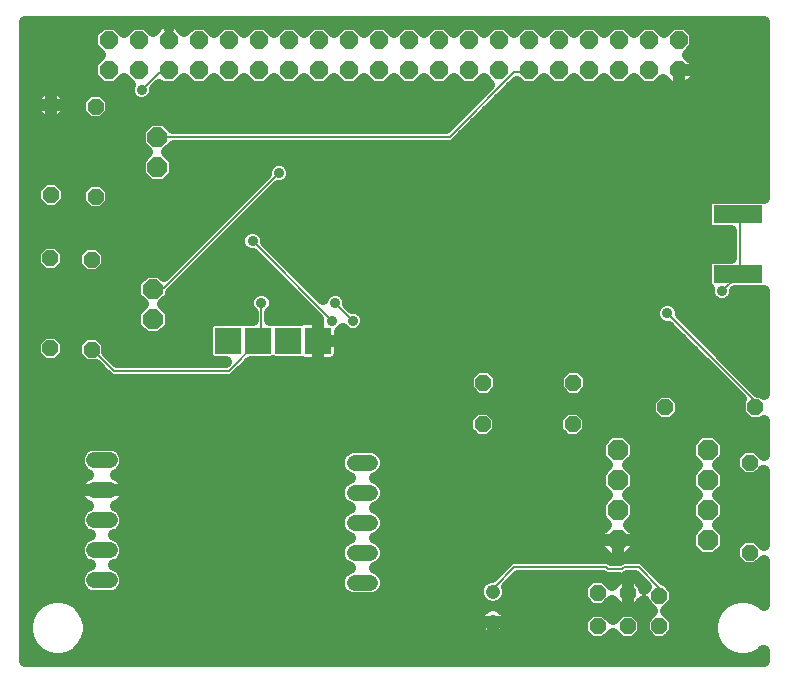
<source format=gbl>
G75*
%MOIN*%
%OFA0B0*%
%FSLAX25Y25*%
%IPPOS*%
%LPD*%
%AMOC8*
5,1,8,0,0,1.08239X$1,22.5*
%
%ADD10R,0.16000X0.06000*%
%ADD11OC8,0.06000*%
%ADD12OC8,0.06600*%
%ADD13OC8,0.05200*%
%ADD14R,0.08600X0.08600*%
%ADD15OC8,0.06800*%
%ADD16C,0.04756*%
%ADD17C,0.05200*%
%ADD18C,0.00600*%
%ADD19C,0.03600*%
%ADD20C,0.04000*%
D10*
X0244280Y0135383D03*
X0244280Y0155383D03*
D11*
X0224556Y0203375D03*
X0214556Y0203375D03*
X0204556Y0203375D03*
X0194556Y0203375D03*
X0184556Y0203375D03*
X0174556Y0203375D03*
X0164556Y0203375D03*
X0154556Y0203375D03*
X0144556Y0203375D03*
X0134556Y0203375D03*
X0124556Y0203375D03*
X0114556Y0203375D03*
X0104556Y0203375D03*
X0094556Y0203375D03*
X0084556Y0203375D03*
X0074556Y0203375D03*
X0064556Y0203375D03*
X0054556Y0203375D03*
X0044556Y0203375D03*
X0034556Y0203375D03*
X0034556Y0213375D03*
X0044556Y0213375D03*
X0054556Y0213375D03*
X0064556Y0213375D03*
X0074556Y0213375D03*
X0084556Y0213375D03*
X0094556Y0213375D03*
X0104556Y0213375D03*
X0114556Y0213375D03*
X0124556Y0213375D03*
X0134556Y0213375D03*
X0144556Y0213375D03*
X0154556Y0213375D03*
X0164556Y0213375D03*
X0174556Y0213375D03*
X0184556Y0213375D03*
X0194556Y0213375D03*
X0204556Y0213375D03*
X0214556Y0213375D03*
X0224556Y0213375D03*
D12*
X0050776Y0181013D03*
X0050776Y0171013D03*
X0049359Y0130422D03*
X0049359Y0120422D03*
D13*
X0028965Y0110225D03*
X0015107Y0110698D03*
X0015107Y0140698D03*
X0028965Y0140225D03*
X0030304Y0161249D03*
X0015343Y0161839D03*
X0015343Y0191839D03*
X0030304Y0191249D03*
X0159398Y0099202D03*
X0159202Y0085461D03*
X0189202Y0085461D03*
X0189398Y0099202D03*
X0220107Y0091052D03*
X0248217Y0072627D03*
X0250107Y0091052D03*
X0248217Y0042627D03*
X0218099Y0028178D03*
X0218099Y0018178D03*
X0207548Y0018020D03*
X0197548Y0018020D03*
X0197548Y0029202D03*
X0207548Y0029202D03*
D14*
X0104241Y0113236D03*
X0094241Y0113236D03*
X0084241Y0113236D03*
X0074241Y0113236D03*
D15*
X0204202Y0076721D03*
X0204202Y0066721D03*
X0204202Y0056721D03*
X0204202Y0046721D03*
X0234202Y0046721D03*
X0234202Y0056721D03*
X0234202Y0066721D03*
X0234202Y0076721D03*
D16*
X0162666Y0029556D03*
X0162666Y0019556D03*
D17*
X0121723Y0032587D02*
X0116523Y0032587D01*
X0116523Y0042587D02*
X0121723Y0042587D01*
X0121723Y0052587D02*
X0116523Y0052587D01*
X0116523Y0062587D02*
X0121723Y0062587D01*
X0121723Y0072587D02*
X0116523Y0072587D01*
X0034912Y0073375D02*
X0029712Y0073375D01*
X0029712Y0063375D02*
X0034912Y0063375D01*
X0034912Y0053375D02*
X0029712Y0053375D01*
X0029712Y0043375D02*
X0034912Y0043375D01*
X0034912Y0033375D02*
X0029712Y0033375D01*
D18*
X0036249Y0103178D02*
X0074635Y0103178D01*
X0084477Y0113020D01*
X0084241Y0113236D01*
X0084477Y0114005D01*
X0085461Y0114005D01*
X0085461Y0125816D01*
X0082509Y0146485D02*
X0109083Y0119910D01*
X0110068Y0125816D02*
X0115973Y0119910D01*
X0091367Y0169123D02*
X0052981Y0130737D01*
X0050028Y0130737D01*
X0049359Y0130422D01*
X0029359Y0110068D02*
X0028965Y0110225D01*
X0029359Y0110068D02*
X0036249Y0103178D01*
X0050776Y0181013D02*
X0051000Y0181200D01*
X0148200Y0181200D01*
X0169800Y0202800D01*
X0174000Y0202800D01*
X0174556Y0203375D01*
X0244280Y0155383D02*
X0244910Y0155343D01*
X0244910Y0135658D01*
X0244280Y0135383D01*
X0243926Y0134674D01*
X0239005Y0129753D01*
X0220800Y0122400D02*
X0249600Y0093600D01*
X0249600Y0091200D01*
X0250107Y0091052D01*
X0228812Y0070064D02*
X0230146Y0068729D01*
X0249000Y0056400D02*
X0250385Y0057785D01*
X0218400Y0030600D02*
X0218400Y0028200D01*
X0218099Y0028178D01*
X0218400Y0030600D02*
X0211200Y0037800D01*
X0206400Y0037800D01*
X0205800Y0037200D01*
X0201000Y0037200D01*
X0200400Y0037800D01*
X0169800Y0037800D01*
X0163200Y0031200D01*
X0163200Y0030000D01*
X0162666Y0029556D01*
X0045600Y0196800D02*
X0051600Y0202800D01*
X0054000Y0202800D01*
X0054556Y0203375D01*
D19*
X0045600Y0196800D03*
X0091367Y0169123D03*
X0082509Y0146485D03*
X0085461Y0125816D03*
X0109083Y0119910D03*
X0115973Y0119910D03*
X0110068Y0125816D03*
X0220800Y0122400D03*
X0239005Y0129753D03*
D20*
X0006600Y0219441D02*
X0006600Y0006600D01*
X0252906Y0006600D01*
X0252906Y0009994D01*
X0252218Y0009307D01*
X0249870Y0007951D01*
X0247250Y0007249D01*
X0244539Y0007249D01*
X0241919Y0007951D01*
X0239571Y0009307D01*
X0237653Y0011224D01*
X0236297Y0013573D01*
X0235595Y0016192D01*
X0235595Y0018904D01*
X0236297Y0021523D01*
X0237653Y0023872D01*
X0239571Y0025789D01*
X0241919Y0027145D01*
X0244539Y0027847D01*
X0247250Y0027847D01*
X0249870Y0027145D01*
X0252218Y0025789D01*
X0252906Y0025102D01*
X0252906Y0039961D01*
X0250371Y0037427D01*
X0246063Y0037427D01*
X0243017Y0040473D01*
X0243017Y0044781D01*
X0246063Y0047827D01*
X0250371Y0047827D01*
X0252906Y0045292D01*
X0252906Y0069961D01*
X0250371Y0067427D01*
X0246063Y0067427D01*
X0243017Y0070473D01*
X0243017Y0074781D01*
X0246063Y0077827D01*
X0250371Y0077827D01*
X0252906Y0075292D01*
X0252906Y0086497D01*
X0252261Y0085852D01*
X0247953Y0085852D01*
X0244907Y0088898D01*
X0244907Y0093206D01*
X0245400Y0093699D01*
X0221099Y0118000D01*
X0219925Y0118000D01*
X0218308Y0118670D01*
X0217070Y0119908D01*
X0216400Y0121525D01*
X0216400Y0123275D01*
X0217070Y0124892D01*
X0218308Y0126130D01*
X0219925Y0126800D01*
X0221675Y0126800D01*
X0223292Y0126130D01*
X0224530Y0124892D01*
X0225200Y0123275D01*
X0225200Y0122101D01*
X0251049Y0096252D01*
X0252261Y0096252D01*
X0252906Y0095607D01*
X0252906Y0129827D01*
X0252797Y0129783D01*
X0243405Y0129783D01*
X0243405Y0128878D01*
X0242735Y0127260D01*
X0241497Y0126023D01*
X0239880Y0125353D01*
X0238130Y0125353D01*
X0236512Y0126023D01*
X0235275Y0127260D01*
X0234605Y0128878D01*
X0234605Y0130381D01*
X0234076Y0130910D01*
X0233680Y0131865D01*
X0233680Y0138900D01*
X0234076Y0139855D01*
X0234808Y0140587D01*
X0235763Y0140983D01*
X0242010Y0140983D01*
X0242010Y0149783D01*
X0235763Y0149783D01*
X0234808Y0150179D01*
X0234076Y0150910D01*
X0233680Y0151865D01*
X0233680Y0158900D01*
X0234076Y0159855D01*
X0234808Y0160587D01*
X0235763Y0160983D01*
X0252797Y0160983D01*
X0252906Y0160938D01*
X0252906Y0219441D01*
X0006600Y0219441D01*
X0006600Y0217720D02*
X0030981Y0217720D01*
X0032236Y0218975D02*
X0028956Y0215694D01*
X0028956Y0211055D01*
X0031636Y0208375D01*
X0028956Y0205694D01*
X0028956Y0201055D01*
X0032236Y0197775D01*
X0036875Y0197775D01*
X0039556Y0200455D01*
X0041533Y0198478D01*
X0041200Y0197675D01*
X0041200Y0195925D01*
X0041870Y0194308D01*
X0043108Y0193070D01*
X0044725Y0192400D01*
X0046475Y0192400D01*
X0048092Y0193070D01*
X0049330Y0194308D01*
X0050000Y0195925D01*
X0050000Y0197099D01*
X0051456Y0198555D01*
X0052236Y0197775D01*
X0056875Y0197775D01*
X0059556Y0200455D01*
X0062236Y0197775D01*
X0066875Y0197775D01*
X0069556Y0200455D01*
X0072236Y0197775D01*
X0076875Y0197775D01*
X0079556Y0200455D01*
X0082236Y0197775D01*
X0086875Y0197775D01*
X0089556Y0200455D01*
X0092236Y0197775D01*
X0096875Y0197775D01*
X0099556Y0200455D01*
X0102236Y0197775D01*
X0106875Y0197775D01*
X0109556Y0200455D01*
X0112236Y0197775D01*
X0116875Y0197775D01*
X0119556Y0200455D01*
X0122236Y0197775D01*
X0126875Y0197775D01*
X0129556Y0200455D01*
X0132236Y0197775D01*
X0136875Y0197775D01*
X0139556Y0200455D01*
X0142236Y0197775D01*
X0146875Y0197775D01*
X0149556Y0200455D01*
X0152236Y0197775D01*
X0156875Y0197775D01*
X0159556Y0200455D01*
X0161455Y0198556D01*
X0146999Y0184100D01*
X0056033Y0184100D01*
X0053220Y0186913D01*
X0048333Y0186913D01*
X0044876Y0183456D01*
X0044876Y0178569D01*
X0047433Y0176013D01*
X0044876Y0173456D01*
X0044876Y0168569D01*
X0048333Y0165113D01*
X0053220Y0165113D01*
X0056676Y0168569D01*
X0056676Y0173456D01*
X0054120Y0176013D01*
X0056408Y0178300D01*
X0148777Y0178300D01*
X0149843Y0178741D01*
X0150658Y0179557D01*
X0170556Y0199455D01*
X0172236Y0197775D01*
X0176875Y0197775D01*
X0179556Y0200455D01*
X0182236Y0197775D01*
X0186875Y0197775D01*
X0189556Y0200455D01*
X0192236Y0197775D01*
X0196875Y0197775D01*
X0199556Y0200455D01*
X0202236Y0197775D01*
X0206875Y0197775D01*
X0209556Y0200455D01*
X0212236Y0197775D01*
X0216875Y0197775D01*
X0219273Y0200172D01*
X0222071Y0197375D01*
X0224556Y0197375D01*
X0227041Y0197375D01*
X0230556Y0200890D01*
X0230556Y0203375D01*
X0230556Y0205860D01*
X0227758Y0208658D01*
X0230156Y0211055D01*
X0230156Y0215694D01*
X0226875Y0218975D01*
X0222236Y0218975D01*
X0219556Y0216294D01*
X0216875Y0218975D01*
X0212236Y0218975D01*
X0209556Y0216294D01*
X0206875Y0218975D01*
X0202236Y0218975D01*
X0199556Y0216294D01*
X0196875Y0218975D01*
X0192236Y0218975D01*
X0189556Y0216294D01*
X0186875Y0218975D01*
X0182236Y0218975D01*
X0179556Y0216294D01*
X0176875Y0218975D01*
X0172236Y0218975D01*
X0169556Y0216294D01*
X0166875Y0218975D01*
X0162236Y0218975D01*
X0159556Y0216294D01*
X0156875Y0218975D01*
X0152236Y0218975D01*
X0149556Y0216294D01*
X0146875Y0218975D01*
X0142236Y0218975D01*
X0139556Y0216294D01*
X0136875Y0218975D01*
X0132236Y0218975D01*
X0129556Y0216294D01*
X0126875Y0218975D01*
X0122236Y0218975D01*
X0119556Y0216294D01*
X0116875Y0218975D01*
X0112236Y0218975D01*
X0109556Y0216294D01*
X0106875Y0218975D01*
X0102236Y0218975D01*
X0099556Y0216294D01*
X0096875Y0218975D01*
X0092236Y0218975D01*
X0089556Y0216294D01*
X0086875Y0218975D01*
X0082236Y0218975D01*
X0079556Y0216294D01*
X0076875Y0218975D01*
X0072236Y0218975D01*
X0069556Y0216294D01*
X0066875Y0218975D01*
X0062236Y0218975D01*
X0059839Y0216577D01*
X0057041Y0219375D01*
X0054556Y0219375D01*
X0054556Y0217817D01*
X0054556Y0217817D01*
X0054556Y0219375D01*
X0052071Y0219375D01*
X0049273Y0216577D01*
X0046875Y0218975D01*
X0042236Y0218975D01*
X0039556Y0216294D01*
X0036875Y0218975D01*
X0032236Y0218975D01*
X0038131Y0217720D02*
X0040981Y0217720D01*
X0048131Y0217720D02*
X0050415Y0217720D01*
X0054556Y0213217D02*
X0054753Y0213217D01*
X0058696Y0217720D02*
X0060981Y0217720D01*
X0068131Y0217720D02*
X0070981Y0217720D01*
X0078131Y0217720D02*
X0080981Y0217720D01*
X0088131Y0217720D02*
X0090981Y0217720D01*
X0098131Y0217720D02*
X0100981Y0217720D01*
X0108131Y0217720D02*
X0110981Y0217720D01*
X0118131Y0217720D02*
X0120981Y0217720D01*
X0128131Y0217720D02*
X0130981Y0217720D01*
X0138131Y0217720D02*
X0140981Y0217720D01*
X0148131Y0217720D02*
X0150981Y0217720D01*
X0158131Y0217720D02*
X0160981Y0217720D01*
X0168131Y0217720D02*
X0170981Y0217720D01*
X0178131Y0217720D02*
X0180981Y0217720D01*
X0188131Y0217720D02*
X0190981Y0217720D01*
X0198131Y0217720D02*
X0200981Y0217720D01*
X0208131Y0217720D02*
X0210981Y0217720D01*
X0218131Y0217720D02*
X0220981Y0217720D01*
X0228131Y0217720D02*
X0252906Y0217720D01*
X0252906Y0213721D02*
X0230156Y0213721D01*
X0228823Y0209723D02*
X0252906Y0209723D01*
X0252906Y0205724D02*
X0230556Y0205724D01*
X0230556Y0203375D02*
X0224556Y0203375D01*
X0224556Y0203375D01*
X0230556Y0203375D01*
X0230556Y0201726D02*
X0252906Y0201726D01*
X0252906Y0197727D02*
X0227393Y0197727D01*
X0224556Y0197727D02*
X0224556Y0197727D01*
X0224556Y0197375D02*
X0224556Y0203375D01*
X0224556Y0203375D01*
X0224556Y0197375D01*
X0221718Y0197727D02*
X0168828Y0197727D01*
X0164830Y0193729D02*
X0252906Y0193729D01*
X0252906Y0189730D02*
X0160831Y0189730D01*
X0156627Y0193729D02*
X0048751Y0193729D01*
X0050628Y0197727D02*
X0160626Y0197727D01*
X0152629Y0189730D02*
X0035504Y0189730D01*
X0035504Y0189095D02*
X0032458Y0186049D01*
X0028150Y0186049D01*
X0025104Y0189095D01*
X0025104Y0193403D01*
X0028150Y0196449D01*
X0032458Y0196449D01*
X0035504Y0193403D01*
X0035504Y0189095D01*
X0035178Y0193729D02*
X0042449Y0193729D01*
X0041221Y0197727D02*
X0006600Y0197727D01*
X0006600Y0193729D02*
X0009743Y0193729D01*
X0009743Y0194159D02*
X0009743Y0191839D01*
X0009743Y0189520D01*
X0013024Y0186239D01*
X0015343Y0186239D01*
X0015343Y0191839D01*
X0015343Y0191839D01*
X0009743Y0191839D01*
X0015343Y0191839D01*
X0015343Y0191839D01*
X0015343Y0186239D01*
X0017663Y0186239D01*
X0020943Y0189520D01*
X0020943Y0191839D01*
X0015343Y0191839D01*
X0015343Y0191839D01*
X0015343Y0197439D01*
X0013024Y0197439D01*
X0009743Y0194159D01*
X0009743Y0189730D02*
X0006600Y0189730D01*
X0006600Y0185732D02*
X0047151Y0185732D01*
X0044876Y0181733D02*
X0006600Y0181733D01*
X0006600Y0177734D02*
X0045711Y0177734D01*
X0045156Y0173736D02*
X0006600Y0173736D01*
X0006600Y0169737D02*
X0044876Y0169737D01*
X0047706Y0165739D02*
X0033168Y0165739D01*
X0032458Y0166449D02*
X0028150Y0166449D01*
X0025104Y0163403D01*
X0025104Y0159095D01*
X0028150Y0156049D01*
X0032458Y0156049D01*
X0035504Y0159095D01*
X0035504Y0163403D01*
X0032458Y0166449D01*
X0027440Y0165739D02*
X0018798Y0165739D01*
X0017497Y0167039D02*
X0013189Y0167039D01*
X0010143Y0163993D01*
X0010143Y0159685D01*
X0013189Y0156639D01*
X0017497Y0156639D01*
X0020543Y0159685D01*
X0020543Y0163993D01*
X0017497Y0167039D01*
X0011889Y0165739D02*
X0006600Y0165739D01*
X0006600Y0161740D02*
X0010143Y0161740D01*
X0012087Y0157742D02*
X0006600Y0157742D01*
X0006600Y0153743D02*
X0071886Y0153743D01*
X0067888Y0149745D02*
X0006600Y0149745D01*
X0006600Y0145746D02*
X0012802Y0145746D01*
X0012953Y0145898D02*
X0009907Y0142852D01*
X0009907Y0138544D01*
X0012953Y0135498D01*
X0017261Y0135498D01*
X0020307Y0138544D01*
X0020307Y0142852D01*
X0017261Y0145898D01*
X0012953Y0145898D01*
X0009907Y0141748D02*
X0006600Y0141748D01*
X0006600Y0137749D02*
X0010701Y0137749D01*
X0006600Y0133751D02*
X0044344Y0133751D01*
X0043459Y0132866D02*
X0046915Y0136322D01*
X0051803Y0136322D01*
X0053134Y0134991D01*
X0086967Y0168824D01*
X0086967Y0169998D01*
X0087637Y0171615D01*
X0088875Y0172853D01*
X0090492Y0173523D01*
X0092242Y0173523D01*
X0093859Y0172853D01*
X0095097Y0171615D01*
X0095767Y0169998D01*
X0095767Y0168248D01*
X0095097Y0166630D01*
X0093859Y0165393D01*
X0092242Y0164723D01*
X0091068Y0164723D01*
X0055440Y0129094D01*
X0055440Y0129094D01*
X0055259Y0128914D01*
X0055259Y0127978D01*
X0052703Y0125422D01*
X0055259Y0122866D01*
X0055259Y0117978D01*
X0051803Y0114522D01*
X0046915Y0114522D01*
X0043459Y0117978D01*
X0043459Y0122866D01*
X0046015Y0125422D01*
X0043459Y0127978D01*
X0043459Y0132866D01*
X0043459Y0129752D02*
X0006600Y0129752D01*
X0006600Y0125754D02*
X0045683Y0125754D01*
X0043459Y0121755D02*
X0006600Y0121755D01*
X0006600Y0117757D02*
X0043680Y0117757D01*
X0034165Y0112379D02*
X0034165Y0109363D01*
X0037450Y0106078D01*
X0073433Y0106078D01*
X0073692Y0106336D01*
X0069424Y0106336D01*
X0068468Y0106732D01*
X0067737Y0107463D01*
X0067341Y0108419D01*
X0067341Y0118053D01*
X0067737Y0119009D01*
X0068468Y0119740D01*
X0069424Y0120136D01*
X0079058Y0120136D01*
X0079241Y0120060D01*
X0079424Y0120136D01*
X0082561Y0120136D01*
X0082561Y0122493D01*
X0081731Y0123323D01*
X0081061Y0124941D01*
X0081061Y0126691D01*
X0081731Y0128308D01*
X0082969Y0129546D01*
X0084586Y0130216D01*
X0086337Y0130216D01*
X0087954Y0129546D01*
X0089192Y0128308D01*
X0089861Y0126691D01*
X0089861Y0124941D01*
X0089192Y0123323D01*
X0088361Y0122493D01*
X0088361Y0120136D01*
X0089058Y0120136D01*
X0089241Y0120060D01*
X0089424Y0120136D01*
X0098432Y0120136D01*
X0098520Y0120195D01*
X0099066Y0120421D01*
X0099645Y0120536D01*
X0104241Y0120536D01*
X0104241Y0113236D01*
X0104241Y0105936D01*
X0108836Y0105936D01*
X0109416Y0106052D01*
X0109962Y0106278D01*
X0110453Y0106606D01*
X0110871Y0107024D01*
X0111199Y0107515D01*
X0111426Y0108061D01*
X0111541Y0108641D01*
X0111541Y0113236D01*
X0104241Y0113236D01*
X0104241Y0113236D01*
X0104241Y0105936D01*
X0099645Y0105936D01*
X0099066Y0106052D01*
X0098520Y0106278D01*
X0098432Y0106336D01*
X0089424Y0106336D01*
X0089241Y0106412D01*
X0089058Y0106336D01*
X0081894Y0106336D01*
X0076277Y0100719D01*
X0075211Y0100278D01*
X0035672Y0100278D01*
X0034606Y0100719D01*
X0033790Y0101535D01*
X0030300Y0105025D01*
X0026811Y0105025D01*
X0023765Y0108071D01*
X0023765Y0112379D01*
X0026811Y0115425D01*
X0031119Y0115425D01*
X0034165Y0112379D01*
X0032786Y0113758D02*
X0067341Y0113758D01*
X0067341Y0109760D02*
X0034165Y0109760D01*
X0026075Y0105761D02*
X0017525Y0105761D01*
X0017261Y0105498D02*
X0020307Y0108544D01*
X0020307Y0112852D01*
X0017261Y0115898D01*
X0012953Y0115898D01*
X0009907Y0112852D01*
X0009907Y0108544D01*
X0012953Y0105498D01*
X0017261Y0105498D01*
X0012690Y0105761D02*
X0006600Y0105761D01*
X0006600Y0101763D02*
X0033563Y0101763D01*
X0023765Y0109760D02*
X0020307Y0109760D01*
X0019400Y0113758D02*
X0025145Y0113758D01*
X0010814Y0113758D02*
X0006600Y0113758D01*
X0006600Y0109760D02*
X0009907Y0109760D01*
X0006600Y0097764D02*
X0154198Y0097764D01*
X0154198Y0097048D02*
X0157245Y0094002D01*
X0161552Y0094002D01*
X0164598Y0097048D01*
X0164598Y0101355D01*
X0161552Y0104402D01*
X0157245Y0104402D01*
X0154198Y0101355D01*
X0154198Y0097048D01*
X0154606Y0101763D02*
X0077321Y0101763D01*
X0081319Y0105761D02*
X0233337Y0105761D01*
X0229339Y0109760D02*
X0111541Y0109760D01*
X0111541Y0113236D02*
X0111541Y0116166D01*
X0111576Y0116180D01*
X0112528Y0117133D01*
X0113481Y0116180D01*
X0115098Y0115510D01*
X0116848Y0115510D01*
X0118466Y0116180D01*
X0119703Y0117418D01*
X0120373Y0119035D01*
X0120373Y0120785D01*
X0119703Y0122403D01*
X0118466Y0123640D01*
X0116848Y0124310D01*
X0115674Y0124310D01*
X0114468Y0125517D01*
X0114468Y0126691D01*
X0113798Y0128308D01*
X0112560Y0129546D01*
X0110943Y0130216D01*
X0109192Y0130216D01*
X0107575Y0129546D01*
X0106338Y0128308D01*
X0105883Y0127212D01*
X0086909Y0146186D01*
X0086909Y0147360D01*
X0086239Y0148977D01*
X0085001Y0150215D01*
X0083384Y0150885D01*
X0081633Y0150885D01*
X0080016Y0150215D01*
X0078779Y0148977D01*
X0078109Y0147360D01*
X0078109Y0145610D01*
X0078779Y0143993D01*
X0080016Y0142755D01*
X0081633Y0142085D01*
X0082807Y0142085D01*
X0104356Y0120536D01*
X0104241Y0120536D01*
X0104241Y0113236D01*
X0104241Y0113236D01*
X0111541Y0113236D01*
X0111541Y0113758D02*
X0225340Y0113758D01*
X0221342Y0117757D02*
X0119844Y0117757D01*
X0119971Y0121755D02*
X0216400Y0121755D01*
X0217931Y0125754D02*
X0114468Y0125754D01*
X0112062Y0129752D02*
X0234605Y0129752D01*
X0237161Y0125754D02*
X0223669Y0125754D01*
X0225546Y0121755D02*
X0252906Y0121755D01*
X0252906Y0117757D02*
X0229544Y0117757D01*
X0233543Y0113758D02*
X0252906Y0113758D01*
X0252906Y0109760D02*
X0237541Y0109760D01*
X0241540Y0105761D02*
X0252906Y0105761D01*
X0252906Y0101763D02*
X0245538Y0101763D01*
X0249537Y0097764D02*
X0252906Y0097764D01*
X0245333Y0093766D02*
X0224747Y0093766D01*
X0225307Y0093206D02*
X0222261Y0096252D01*
X0217953Y0096252D01*
X0214907Y0093206D01*
X0214907Y0088898D01*
X0217953Y0085852D01*
X0222261Y0085852D01*
X0225307Y0088898D01*
X0225307Y0093206D01*
X0225307Y0089767D02*
X0244907Y0089767D01*
X0241334Y0097764D02*
X0194598Y0097764D01*
X0194598Y0097048D02*
X0191552Y0094002D01*
X0187245Y0094002D01*
X0184198Y0097048D01*
X0184198Y0101355D01*
X0187245Y0104402D01*
X0191552Y0104402D01*
X0194598Y0101355D01*
X0194598Y0097048D01*
X0194191Y0101763D02*
X0237336Y0101763D01*
X0252906Y0085769D02*
X0194402Y0085769D01*
X0194402Y0087615D02*
X0194402Y0083308D01*
X0191355Y0080261D01*
X0187048Y0080261D01*
X0184002Y0083308D01*
X0184002Y0087615D01*
X0187048Y0090661D01*
X0191355Y0090661D01*
X0194402Y0087615D01*
X0192250Y0089767D02*
X0214907Y0089767D01*
X0215467Y0093766D02*
X0006600Y0093766D01*
X0006600Y0089767D02*
X0156154Y0089767D01*
X0157048Y0090661D02*
X0154002Y0087615D01*
X0154002Y0083308D01*
X0157048Y0080261D01*
X0161355Y0080261D01*
X0164402Y0083308D01*
X0164402Y0087615D01*
X0161355Y0090661D01*
X0157048Y0090661D01*
X0162250Y0089767D02*
X0186154Y0089767D01*
X0184002Y0085769D02*
X0164402Y0085769D01*
X0162864Y0081770D02*
X0185539Y0081770D01*
X0192864Y0081770D02*
X0200765Y0081770D01*
X0201716Y0082721D02*
X0198202Y0079207D01*
X0198202Y0074236D01*
X0200716Y0071721D01*
X0198202Y0069207D01*
X0198202Y0064236D01*
X0200716Y0061721D01*
X0198202Y0059207D01*
X0198202Y0054236D01*
X0200433Y0052004D01*
X0197802Y0049372D01*
X0197802Y0046721D01*
X0197802Y0044070D01*
X0201310Y0040562D01*
X0200977Y0040700D01*
X0169223Y0040700D01*
X0168157Y0040258D01*
X0167341Y0039443D01*
X0162433Y0034534D01*
X0161676Y0034534D01*
X0159846Y0033776D01*
X0158446Y0032376D01*
X0157688Y0030546D01*
X0157688Y0028566D01*
X0158446Y0026736D01*
X0159846Y0025336D01*
X0161255Y0024752D01*
X0160602Y0024540D01*
X0159847Y0024156D01*
X0159163Y0023658D01*
X0158564Y0023059D01*
X0158066Y0022375D01*
X0157682Y0021620D01*
X0157421Y0020815D01*
X0157288Y0019979D01*
X0157288Y0019556D01*
X0162666Y0019556D01*
X0162666Y0019556D01*
X0157288Y0019556D01*
X0157288Y0019133D01*
X0157421Y0018297D01*
X0157682Y0017491D01*
X0158066Y0016737D01*
X0158564Y0016052D01*
X0159163Y0015454D01*
X0159847Y0014956D01*
X0160602Y0014572D01*
X0161407Y0014310D01*
X0162243Y0014178D01*
X0162666Y0014178D01*
X0162666Y0019556D01*
X0162666Y0019556D01*
X0168044Y0019556D01*
X0168044Y0019979D01*
X0167912Y0020815D01*
X0167650Y0021620D01*
X0167266Y0022375D01*
X0166768Y0023059D01*
X0166170Y0023658D01*
X0165485Y0024156D01*
X0164731Y0024540D01*
X0164077Y0024752D01*
X0165486Y0025336D01*
X0166886Y0026736D01*
X0167644Y0028566D01*
X0167644Y0030546D01*
X0167352Y0031251D01*
X0171001Y0034900D01*
X0199199Y0034900D01*
X0199357Y0034741D01*
X0200423Y0034300D01*
X0204727Y0034300D01*
X0202265Y0031838D01*
X0199702Y0034402D01*
X0195394Y0034402D01*
X0192348Y0031355D01*
X0192348Y0027048D01*
X0195394Y0024002D01*
X0199702Y0024002D01*
X0202265Y0026565D01*
X0205228Y0023602D01*
X0207548Y0023602D01*
X0209868Y0023602D01*
X0212899Y0026633D01*
X0212899Y0026024D01*
X0215745Y0023178D01*
X0212899Y0020332D01*
X0212899Y0016024D01*
X0215945Y0012978D01*
X0220253Y0012978D01*
X0223299Y0016024D01*
X0223299Y0020332D01*
X0220453Y0023178D01*
X0223299Y0026024D01*
X0223299Y0030332D01*
X0220253Y0033378D01*
X0219723Y0033378D01*
X0212843Y0040258D01*
X0211777Y0040700D01*
X0207231Y0040700D01*
X0210602Y0044070D01*
X0210602Y0046721D01*
X0204202Y0046721D01*
X0204202Y0046721D01*
X0204202Y0040321D01*
X0204909Y0040321D01*
X0204757Y0040258D01*
X0204599Y0040100D01*
X0202201Y0040100D01*
X0202043Y0040258D01*
X0201891Y0040321D01*
X0204202Y0040321D01*
X0204202Y0046721D01*
X0204202Y0046721D01*
X0210602Y0046721D01*
X0210602Y0049372D01*
X0207970Y0052004D01*
X0210202Y0054236D01*
X0210202Y0059207D01*
X0207687Y0061721D01*
X0210202Y0064236D01*
X0210202Y0069207D01*
X0207687Y0071721D01*
X0210202Y0074236D01*
X0210202Y0079207D01*
X0206687Y0082721D01*
X0201716Y0082721D01*
X0198202Y0077772D02*
X0122795Y0077772D01*
X0122757Y0077787D02*
X0115488Y0077787D01*
X0113577Y0076996D01*
X0112114Y0075533D01*
X0111323Y0073622D01*
X0111323Y0071553D01*
X0112114Y0069642D01*
X0113577Y0068179D01*
X0115006Y0067587D01*
X0113577Y0066996D01*
X0112114Y0065533D01*
X0111323Y0063622D01*
X0111323Y0061553D01*
X0112114Y0059642D01*
X0113577Y0058179D01*
X0115006Y0057587D01*
X0113577Y0056996D01*
X0112114Y0055533D01*
X0111323Y0053622D01*
X0111323Y0051553D01*
X0112114Y0049642D01*
X0113577Y0048179D01*
X0115006Y0047587D01*
X0113577Y0046996D01*
X0112114Y0045533D01*
X0111323Y0043622D01*
X0111323Y0041553D01*
X0112114Y0039642D01*
X0113577Y0038179D01*
X0115006Y0037587D01*
X0113577Y0036996D01*
X0112114Y0035533D01*
X0111323Y0033622D01*
X0111323Y0031553D01*
X0112114Y0029642D01*
X0113577Y0028179D01*
X0115488Y0027387D01*
X0122757Y0027387D01*
X0124668Y0028179D01*
X0126131Y0029642D01*
X0126923Y0031553D01*
X0126923Y0033622D01*
X0126131Y0035533D01*
X0124668Y0036996D01*
X0123240Y0037587D01*
X0124668Y0038179D01*
X0126131Y0039642D01*
X0126923Y0041553D01*
X0126923Y0043622D01*
X0126131Y0045533D01*
X0124668Y0046996D01*
X0123240Y0047587D01*
X0124668Y0048179D01*
X0126131Y0049642D01*
X0126923Y0051553D01*
X0126923Y0053622D01*
X0126131Y0055533D01*
X0124668Y0056996D01*
X0123240Y0057587D01*
X0124668Y0058179D01*
X0126131Y0059642D01*
X0126923Y0061553D01*
X0126923Y0063622D01*
X0126131Y0065533D01*
X0124668Y0066996D01*
X0123240Y0067587D01*
X0124668Y0068179D01*
X0126131Y0069642D01*
X0126923Y0071553D01*
X0126923Y0073622D01*
X0126131Y0075533D01*
X0124668Y0076996D01*
X0122757Y0077787D01*
X0126860Y0073773D02*
X0198664Y0073773D01*
X0198770Y0069775D02*
X0126186Y0069775D01*
X0125888Y0065776D02*
X0198202Y0065776D01*
X0200660Y0061778D02*
X0126923Y0061778D01*
X0123703Y0057779D02*
X0198202Y0057779D01*
X0198657Y0053781D02*
X0126857Y0053781D01*
X0126189Y0049782D02*
X0198212Y0049782D01*
X0197802Y0046721D02*
X0204201Y0046721D01*
X0197802Y0046721D01*
X0197802Y0045784D02*
X0125881Y0045784D01*
X0126923Y0041785D02*
X0200087Y0041785D01*
X0204202Y0041785D02*
X0204202Y0041785D01*
X0204202Y0045784D02*
X0204202Y0045784D01*
X0204201Y0046721D02*
X0204201Y0046721D01*
X0208316Y0041785D02*
X0230652Y0041785D01*
X0231716Y0040721D02*
X0228202Y0044236D01*
X0228202Y0049207D01*
X0230716Y0051721D01*
X0228202Y0054236D01*
X0228202Y0059207D01*
X0230716Y0061721D01*
X0228202Y0064236D01*
X0228202Y0069207D01*
X0230716Y0071721D01*
X0228202Y0074236D01*
X0228202Y0079207D01*
X0231716Y0082721D01*
X0236687Y0082721D01*
X0240202Y0079207D01*
X0240202Y0074236D01*
X0237687Y0071721D01*
X0240202Y0069207D01*
X0240202Y0064236D01*
X0237687Y0061721D01*
X0240202Y0059207D01*
X0240202Y0054236D01*
X0237687Y0051721D01*
X0240202Y0049207D01*
X0240202Y0044236D01*
X0236687Y0040721D01*
X0231716Y0040721D01*
X0237751Y0041785D02*
X0243017Y0041785D01*
X0244020Y0045784D02*
X0240202Y0045784D01*
X0239626Y0049782D02*
X0252906Y0049782D01*
X0252906Y0045784D02*
X0252414Y0045784D01*
X0252906Y0053781D02*
X0239746Y0053781D01*
X0240202Y0057779D02*
X0252906Y0057779D01*
X0252906Y0061778D02*
X0237743Y0061778D01*
X0240202Y0065776D02*
X0252906Y0065776D01*
X0252906Y0069775D02*
X0252719Y0069775D01*
X0252906Y0077772D02*
X0250426Y0077772D01*
X0252906Y0081770D02*
X0237638Y0081770D01*
X0240202Y0077772D02*
X0246008Y0077772D01*
X0243017Y0073773D02*
X0239739Y0073773D01*
X0239633Y0069775D02*
X0243715Y0069775D01*
X0228770Y0069775D02*
X0209633Y0069775D01*
X0209739Y0073773D02*
X0228664Y0073773D01*
X0228202Y0077772D02*
X0210202Y0077772D01*
X0207638Y0081770D02*
X0230765Y0081770D01*
X0228202Y0065776D02*
X0210202Y0065776D01*
X0207743Y0061778D02*
X0230660Y0061778D01*
X0228202Y0057779D02*
X0210202Y0057779D01*
X0209746Y0053781D02*
X0228657Y0053781D01*
X0228777Y0049782D02*
X0210192Y0049782D01*
X0210602Y0045784D02*
X0228202Y0045784D01*
X0215315Y0037787D02*
X0245704Y0037787D01*
X0250731Y0037787D02*
X0252906Y0037787D01*
X0252906Y0033788D02*
X0219313Y0033788D01*
X0223299Y0029790D02*
X0252906Y0029790D01*
X0252906Y0025791D02*
X0252216Y0025791D01*
X0239573Y0025791D02*
X0223066Y0025791D01*
X0221838Y0021793D02*
X0236453Y0021793D01*
X0235595Y0017794D02*
X0223299Y0017794D01*
X0221071Y0013796D02*
X0236237Y0013796D01*
X0239080Y0009797D02*
X0024362Y0009797D01*
X0023872Y0009307D02*
X0025789Y0011224D01*
X0027145Y0013573D01*
X0027847Y0016192D01*
X0027847Y0018904D01*
X0027145Y0021523D01*
X0025789Y0023872D01*
X0023872Y0025789D01*
X0021523Y0027145D01*
X0018904Y0027847D01*
X0016192Y0027847D01*
X0013573Y0027145D01*
X0011224Y0025789D01*
X0009307Y0023872D01*
X0007951Y0021523D01*
X0007249Y0018904D01*
X0007249Y0016192D01*
X0007951Y0013573D01*
X0009307Y0011224D01*
X0011224Y0009307D01*
X0013573Y0007951D01*
X0016192Y0007249D01*
X0018904Y0007249D01*
X0021523Y0007951D01*
X0023872Y0009307D01*
X0027205Y0013796D02*
X0194419Y0013796D01*
X0195394Y0012820D02*
X0192348Y0015867D01*
X0192348Y0020174D01*
X0195394Y0023220D01*
X0199702Y0023220D01*
X0202548Y0020374D01*
X0205394Y0023220D01*
X0209702Y0023220D01*
X0212748Y0020174D01*
X0212748Y0015867D01*
X0209702Y0012820D01*
X0205394Y0012820D01*
X0202548Y0015667D01*
X0199702Y0012820D01*
X0195394Y0012820D01*
X0200677Y0013796D02*
X0204419Y0013796D01*
X0210677Y0013796D02*
X0215128Y0013796D01*
X0212899Y0017794D02*
X0212748Y0017794D01*
X0214360Y0021793D02*
X0211130Y0021793D01*
X0207548Y0023602D02*
X0207548Y0029201D01*
X0207548Y0029201D01*
X0207548Y0023602D01*
X0207548Y0025791D02*
X0207548Y0025791D01*
X0207548Y0029202D02*
X0207548Y0034802D01*
X0207503Y0034802D01*
X0207601Y0034900D01*
X0209999Y0034900D01*
X0213733Y0031166D01*
X0213148Y0030581D01*
X0213148Y0031521D01*
X0209868Y0034802D01*
X0207548Y0034802D01*
X0207548Y0029202D01*
X0207548Y0029202D01*
X0207548Y0029790D02*
X0207548Y0029790D01*
X0207548Y0033788D02*
X0207548Y0033788D01*
X0204215Y0033788D02*
X0200315Y0033788D01*
X0194781Y0033788D02*
X0169889Y0033788D01*
X0167644Y0029790D02*
X0192348Y0029790D01*
X0193605Y0025791D02*
X0165941Y0025791D01*
X0167562Y0021793D02*
X0193966Y0021793D01*
X0192348Y0017794D02*
X0167748Y0017794D01*
X0167650Y0017491D02*
X0167912Y0018297D01*
X0168044Y0019133D01*
X0168044Y0019556D01*
X0162666Y0019556D01*
X0162666Y0019556D01*
X0162666Y0014178D01*
X0163089Y0014178D01*
X0163925Y0014310D01*
X0164731Y0014572D01*
X0165485Y0014956D01*
X0166170Y0015454D01*
X0166768Y0016052D01*
X0167266Y0016737D01*
X0167650Y0017491D01*
X0162666Y0017794D02*
X0162666Y0017794D01*
X0157584Y0017794D02*
X0027847Y0017794D01*
X0026990Y0021793D02*
X0157770Y0021793D01*
X0159391Y0025791D02*
X0023869Y0025791D01*
X0026766Y0028966D02*
X0028677Y0028175D01*
X0035946Y0028175D01*
X0037857Y0028966D01*
X0039320Y0030429D01*
X0040112Y0032340D01*
X0040112Y0034409D01*
X0039320Y0036320D01*
X0037857Y0037783D01*
X0036429Y0038375D01*
X0037857Y0038966D01*
X0039320Y0040429D01*
X0040112Y0042340D01*
X0040112Y0044409D01*
X0039320Y0046320D01*
X0037857Y0047783D01*
X0036429Y0048375D01*
X0037857Y0048966D01*
X0039320Y0050429D01*
X0040112Y0052340D01*
X0040112Y0054409D01*
X0039320Y0056320D01*
X0037857Y0057783D01*
X0036964Y0058153D01*
X0037061Y0058185D01*
X0037847Y0058585D01*
X0038560Y0059103D01*
X0039183Y0059727D01*
X0039701Y0060440D01*
X0040102Y0061225D01*
X0040374Y0062063D01*
X0040512Y0062934D01*
X0040512Y0063375D01*
X0040512Y0063816D01*
X0040374Y0064686D01*
X0040102Y0065524D01*
X0039701Y0066310D01*
X0039183Y0067023D01*
X0038560Y0067646D01*
X0037847Y0068164D01*
X0037061Y0068565D01*
X0036964Y0068596D01*
X0037857Y0068966D01*
X0039320Y0070429D01*
X0040112Y0072340D01*
X0040112Y0074409D01*
X0039320Y0076320D01*
X0037857Y0077783D01*
X0035946Y0078575D01*
X0028677Y0078575D01*
X0026766Y0077783D01*
X0025303Y0076320D01*
X0024512Y0074409D01*
X0024512Y0072340D01*
X0025303Y0070429D01*
X0026766Y0068966D01*
X0027660Y0068596D01*
X0027562Y0068565D01*
X0026777Y0068164D01*
X0026064Y0067646D01*
X0025440Y0067023D01*
X0024922Y0066310D01*
X0024522Y0065524D01*
X0024250Y0064686D01*
X0024112Y0063816D01*
X0024112Y0063375D01*
X0032312Y0063375D01*
X0040512Y0063375D01*
X0032312Y0063375D01*
X0032312Y0063375D01*
X0032312Y0063375D01*
X0024112Y0063375D01*
X0024112Y0062934D01*
X0024250Y0062063D01*
X0024522Y0061225D01*
X0024922Y0060440D01*
X0025440Y0059727D01*
X0026064Y0059103D01*
X0026777Y0058585D01*
X0027562Y0058185D01*
X0027660Y0058153D01*
X0026766Y0057783D01*
X0025303Y0056320D01*
X0024512Y0054409D01*
X0024512Y0052340D01*
X0025303Y0050429D01*
X0026766Y0048966D01*
X0028195Y0048375D01*
X0026766Y0047783D01*
X0025303Y0046320D01*
X0024512Y0044409D01*
X0024512Y0042340D01*
X0025303Y0040429D01*
X0026766Y0038966D01*
X0028195Y0038375D01*
X0026766Y0037783D01*
X0025303Y0036320D01*
X0024512Y0034409D01*
X0024512Y0032340D01*
X0025303Y0030429D01*
X0026766Y0028966D01*
X0025943Y0029790D02*
X0006600Y0029790D01*
X0006600Y0033788D02*
X0024512Y0033788D01*
X0026775Y0037787D02*
X0006600Y0037787D01*
X0006600Y0041785D02*
X0024742Y0041785D01*
X0025081Y0045784D02*
X0006600Y0045784D01*
X0006600Y0049782D02*
X0025951Y0049782D01*
X0024512Y0053781D02*
X0006600Y0053781D01*
X0006600Y0057779D02*
X0026762Y0057779D01*
X0024343Y0061778D02*
X0006600Y0061778D01*
X0006600Y0065776D02*
X0024650Y0065776D01*
X0025958Y0069775D02*
X0006600Y0069775D01*
X0006600Y0073773D02*
X0024512Y0073773D01*
X0026755Y0077772D02*
X0006600Y0077772D01*
X0006600Y0081770D02*
X0155539Y0081770D01*
X0154002Y0085769D02*
X0006600Y0085769D01*
X0037869Y0077772D02*
X0115451Y0077772D01*
X0111386Y0073773D02*
X0040112Y0073773D01*
X0038666Y0069775D02*
X0112059Y0069775D01*
X0112358Y0065776D02*
X0039973Y0065776D01*
X0040281Y0061778D02*
X0111323Y0061778D01*
X0114543Y0057779D02*
X0037861Y0057779D01*
X0040112Y0053781D02*
X0111389Y0053781D01*
X0112056Y0049782D02*
X0038673Y0049782D01*
X0039542Y0045784D02*
X0112365Y0045784D01*
X0111323Y0041785D02*
X0039882Y0041785D01*
X0037849Y0037787D02*
X0114525Y0037787D01*
X0111392Y0033788D02*
X0040112Y0033788D01*
X0038680Y0029790D02*
X0112053Y0029790D01*
X0123721Y0037787D02*
X0165685Y0037787D01*
X0159876Y0033788D02*
X0126854Y0033788D01*
X0126192Y0029790D02*
X0157688Y0029790D01*
X0201491Y0025791D02*
X0203039Y0025791D01*
X0203966Y0021793D02*
X0201130Y0021793D01*
X0212057Y0025791D02*
X0213132Y0025791D01*
X0211111Y0033788D02*
X0210881Y0033788D01*
X0252709Y0009797D02*
X0252906Y0009797D01*
X0184198Y0097764D02*
X0164598Y0097764D01*
X0164191Y0101763D02*
X0184606Y0101763D01*
X0233680Y0133751D02*
X0099344Y0133751D01*
X0095346Y0137749D02*
X0233680Y0137749D01*
X0242010Y0141748D02*
X0091347Y0141748D01*
X0087348Y0145746D02*
X0242010Y0145746D01*
X0242010Y0149745D02*
X0085471Y0149745D01*
X0079546Y0149745D02*
X0076090Y0149745D01*
X0078109Y0145746D02*
X0072092Y0145746D01*
X0068093Y0141748D02*
X0083145Y0141748D01*
X0087143Y0137749D02*
X0064095Y0137749D01*
X0060096Y0133751D02*
X0091142Y0133751D01*
X0087455Y0129752D02*
X0095140Y0129752D01*
X0099139Y0125754D02*
X0089861Y0125754D01*
X0088361Y0121755D02*
X0103137Y0121755D01*
X0104241Y0117757D02*
X0104241Y0117757D01*
X0104241Y0113758D02*
X0104241Y0113758D01*
X0104241Y0113236D02*
X0104241Y0113236D01*
X0104241Y0109760D02*
X0104241Y0109760D01*
X0103343Y0129752D02*
X0108074Y0129752D01*
X0083468Y0129752D02*
X0056098Y0129752D01*
X0053035Y0125754D02*
X0081061Y0125754D01*
X0082561Y0121755D02*
X0055259Y0121755D01*
X0055038Y0117757D02*
X0067341Y0117757D01*
X0055892Y0137749D02*
X0033843Y0137749D01*
X0034165Y0138071D02*
X0031119Y0135025D01*
X0026811Y0135025D01*
X0023765Y0138071D01*
X0023765Y0142379D01*
X0026811Y0145425D01*
X0031119Y0145425D01*
X0034165Y0142379D01*
X0034165Y0138071D01*
X0034165Y0141748D02*
X0059891Y0141748D01*
X0063889Y0145746D02*
X0017412Y0145746D01*
X0020307Y0141748D02*
X0023765Y0141748D01*
X0024087Y0137749D02*
X0019513Y0137749D01*
X0018600Y0157742D02*
X0026457Y0157742D01*
X0025104Y0161740D02*
X0020543Y0161740D01*
X0034151Y0157742D02*
X0075885Y0157742D01*
X0079883Y0161740D02*
X0035504Y0161740D01*
X0053847Y0165739D02*
X0083882Y0165739D01*
X0086967Y0169737D02*
X0056676Y0169737D01*
X0056397Y0173736D02*
X0252906Y0173736D01*
X0252906Y0177734D02*
X0055842Y0177734D01*
X0054401Y0185732D02*
X0148630Y0185732D01*
X0152834Y0181733D02*
X0252906Y0181733D01*
X0252906Y0185732D02*
X0156833Y0185732D01*
X0095767Y0169737D02*
X0252906Y0169737D01*
X0252906Y0165739D02*
X0094206Y0165739D01*
X0088086Y0161740D02*
X0252906Y0161740D01*
X0233680Y0157742D02*
X0084087Y0157742D01*
X0080089Y0153743D02*
X0233680Y0153743D01*
X0243405Y0129752D02*
X0252906Y0129752D01*
X0252906Y0125754D02*
X0240848Y0125754D01*
X0224556Y0201726D02*
X0224556Y0201726D01*
X0030289Y0209723D02*
X0006600Y0209723D01*
X0006600Y0205724D02*
X0028986Y0205724D01*
X0028956Y0201726D02*
X0006600Y0201726D01*
X0015343Y0197439D02*
X0015343Y0191839D01*
X0015343Y0191839D01*
X0020943Y0191839D01*
X0020943Y0194159D01*
X0017663Y0197439D01*
X0015343Y0197439D01*
X0015343Y0193729D02*
X0015343Y0193729D01*
X0015343Y0189730D02*
X0015343Y0189730D01*
X0020943Y0189730D02*
X0025104Y0189730D01*
X0025430Y0193729D02*
X0020943Y0193729D01*
X0028956Y0213721D02*
X0006600Y0213721D01*
X0006600Y0025791D02*
X0011227Y0025791D01*
X0008106Y0021793D02*
X0006600Y0021793D01*
X0006600Y0017794D02*
X0007249Y0017794D01*
X0007891Y0013796D02*
X0006600Y0013796D01*
X0006600Y0009797D02*
X0010734Y0009797D01*
M02*

</source>
